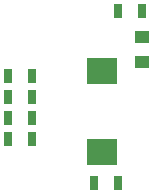
<source format=gbr>
%TF.GenerationSoftware,Altium Limited,Altium Designer,24.7.2 (38)*%
G04 Layer_Color=8421504*
%FSLAX43Y43*%
%MOMM*%
%TF.SameCoordinates,A6C98B59-F63B-4C8E-8392-574C2285590F*%
%TF.FilePolarity,Positive*%
%TF.FileFunction,Paste,Top*%
%TF.Part,Single*%
G01*
G75*
%TA.AperFunction,SMDPad,CuDef*%
%ADD13R,2.500X2.200*%
%ADD14R,1.200X1.100*%
%ADD15R,0.800X1.250*%
D13*
X12220Y14650D02*
D03*
Y21550D02*
D03*
D14*
X15646Y24400D02*
D03*
Y22300D02*
D03*
D15*
X13570Y12049D02*
D03*
X11570D02*
D03*
X4302Y21063D02*
D03*
X6302D02*
D03*
X6302Y19305D02*
D03*
X4302D02*
D03*
X6302Y17561D02*
D03*
X4302D02*
D03*
X4300Y15807D02*
D03*
X6300D02*
D03*
X13620Y26575D02*
D03*
X15620D02*
D03*
%TF.MD5,26270edcf57ae23ea9930e5bc891a6f9*%
M02*

</source>
